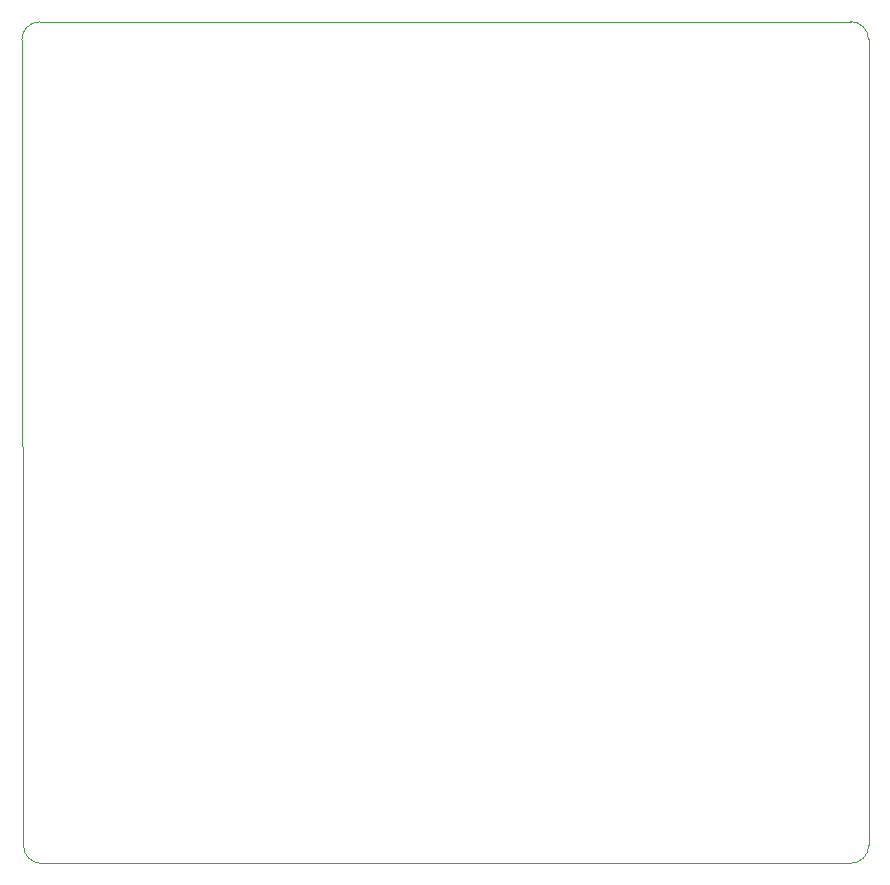
<source format=gbr>
%TF.GenerationSoftware,KiCad,Pcbnew,6.0.8-f2edbf62ab~116~ubuntu22.04.1*%
%TF.CreationDate,2022-11-23T04:07:15-05:00*%
%TF.ProjectId,Pi_HAT_V3,50695f48-4154-45f5-9633-2e6b69636164,rev?*%
%TF.SameCoordinates,Original*%
%TF.FileFunction,Profile,NP*%
%FSLAX46Y46*%
G04 Gerber Fmt 4.6, Leading zero omitted, Abs format (unit mm)*
G04 Created by KiCad (PCBNEW 6.0.8-f2edbf62ab~116~ubuntu22.04.1) date 2022-11-23 04:07:15*
%MOMM*%
%LPD*%
G01*
G04 APERTURE LIST*
%TA.AperFunction,Profile*%
%ADD10C,0.100000*%
%TD*%
G04 APERTURE END LIST*
D10*
X94460660Y-64762500D02*
X163150000Y-64737500D01*
X94460660Y-64762460D02*
G75*
G03*
X92960660Y-66262500I40J-1500040D01*
G01*
X93100000Y-134500000D02*
X92960660Y-66262500D01*
X163164340Y-135989340D02*
G75*
G03*
X164664340Y-134489340I-40J1500040D01*
G01*
X164650000Y-66237500D02*
X164664340Y-134489340D01*
X93100000Y-134500000D02*
G75*
G03*
X94600000Y-136000000I1500000J0D01*
G01*
X164650000Y-66237500D02*
G75*
G03*
X163150000Y-64737500I-1500000J0D01*
G01*
X163164340Y-135989340D02*
X94600000Y-136000000D01*
M02*

</source>
